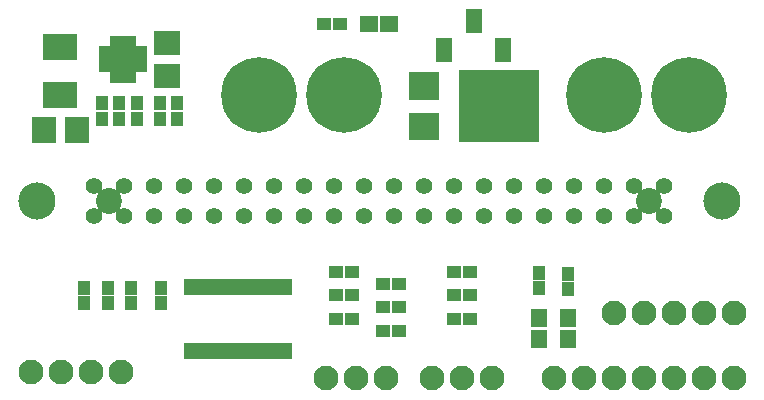
<source format=gbr>
G04 #@! TF.FileFunction,Soldermask,Top*
%FSLAX46Y46*%
G04 Gerber Fmt 4.6, Leading zero omitted, Abs format (unit mm)*
G04 Created by KiCad (PCBNEW 4.0.7-e2-6376~58~ubuntu16.04.1) date Tue Jul 10 13:30:19 2018*
%MOMM*%
%LPD*%
G01*
G04 APERTURE LIST*
%ADD10C,0.050000*%
%ADD11C,1.420000*%
%ADD12C,2.200000*%
%ADD13C,3.150000*%
%ADD14C,6.400000*%
%ADD15C,2.100000*%
%ADD16R,1.100000X1.300000*%
%ADD17R,2.900000X2.295000*%
%ADD18R,0.750000X1.400000*%
%ADD19R,2.200000X2.000000*%
%ADD20R,1.200000X0.640000*%
%ADD21R,0.640000X1.200000*%
%ADD22R,2.080000X2.080000*%
%ADD23R,2.000000X2.200000*%
%ADD24R,1.500000X1.400000*%
%ADD25R,1.400000X1.500000*%
%ADD26R,1.300000X1.100000*%
%ADD27R,2.600000X1.200000*%
%ADD28R,6.800000X6.200000*%
%ADD29R,1.400000X2.000000*%
G04 APERTURE END LIST*
D10*
D11*
X125870000Y-98730000D03*
X125870000Y-101270000D03*
X128410000Y-98730000D03*
X128410000Y-101270000D03*
X130950000Y-98730000D03*
X130950000Y-101270000D03*
X133490000Y-98730000D03*
X133490000Y-101270000D03*
X136030000Y-98730000D03*
X136030000Y-101270000D03*
X138570000Y-98730000D03*
X138570000Y-101270000D03*
X141110000Y-98730000D03*
X141110000Y-101270000D03*
X143650000Y-98730000D03*
X143650000Y-101270000D03*
X146190000Y-98730000D03*
X146190000Y-101270000D03*
X148730000Y-98730000D03*
X148730000Y-101270000D03*
X151270000Y-98730000D03*
X151270000Y-101270000D03*
X153810000Y-98730000D03*
X153810000Y-101270000D03*
X156350000Y-98730000D03*
X156350000Y-101270000D03*
X158890000Y-98730000D03*
X158890000Y-101270000D03*
X161430000Y-98730000D03*
X161430000Y-101270000D03*
X163970000Y-98730000D03*
X163970000Y-101270000D03*
X166510000Y-98730000D03*
X166510000Y-101270000D03*
X169050000Y-98730000D03*
X169050000Y-101270000D03*
X171590000Y-98730000D03*
X171590000Y-101270000D03*
X174130000Y-98730000D03*
X174130000Y-101270000D03*
D12*
X172860000Y-100000000D03*
X127140000Y-100000000D03*
D13*
X121000000Y-100000000D03*
X179000000Y-100000000D03*
D14*
X139800000Y-91000000D03*
X147000000Y-91000000D03*
D15*
X120520000Y-114500000D03*
X123060000Y-114500000D03*
X125600000Y-114500000D03*
X128140000Y-114500000D03*
D16*
X132900000Y-91750000D03*
X132900000Y-93050000D03*
X131400000Y-91750000D03*
X131400000Y-93050000D03*
X129500000Y-91750000D03*
X129500000Y-93050000D03*
X128000000Y-93050000D03*
X128000000Y-91750000D03*
X126500000Y-93050000D03*
X126500000Y-91750000D03*
D15*
X180000000Y-109500000D03*
X177460000Y-109500000D03*
X174920000Y-109500000D03*
X172380000Y-109500000D03*
X169840000Y-109500000D03*
X164780000Y-115000000D03*
X167320000Y-115000000D03*
X169860000Y-115000000D03*
X172400000Y-115000000D03*
X174940000Y-115000000D03*
X177480000Y-115000000D03*
X180020000Y-115000000D03*
X154460000Y-115000000D03*
X157000000Y-115000000D03*
X159540000Y-115000000D03*
X145460000Y-115000000D03*
X148000000Y-115000000D03*
X150540000Y-115000000D03*
D17*
X123000000Y-86952500D03*
X123000000Y-91047500D03*
D18*
X133775000Y-112700000D03*
X134425000Y-112700000D03*
X135075000Y-112700000D03*
X135725000Y-112700000D03*
X136375000Y-112700000D03*
X137025000Y-112700000D03*
X137675000Y-112700000D03*
X138325000Y-112700000D03*
X138975000Y-112700000D03*
X139625000Y-112700000D03*
X140275000Y-112700000D03*
X140925000Y-112700000D03*
X141575000Y-112700000D03*
X142225000Y-112700000D03*
X142225000Y-107300000D03*
X141575000Y-107300000D03*
X140925000Y-107300000D03*
X140275000Y-107300000D03*
X139625000Y-107300000D03*
X138975000Y-107300000D03*
X138325000Y-107300000D03*
X137675000Y-107300000D03*
X137025000Y-107300000D03*
X136375000Y-107300000D03*
X135725000Y-107300000D03*
X135075000Y-107300000D03*
X134425000Y-107300000D03*
X133775000Y-107300000D03*
D16*
X131500000Y-108650000D03*
X131500000Y-107350000D03*
X129000000Y-108650000D03*
X129000000Y-107350000D03*
X163500000Y-106100000D03*
X163500000Y-107400000D03*
D19*
X132000000Y-86600000D03*
X132000000Y-89400000D03*
D20*
X126900000Y-87250000D03*
X126900000Y-87750000D03*
X126900000Y-88250000D03*
X126900000Y-88750000D03*
D21*
X127550000Y-89400000D03*
X128050000Y-89400000D03*
X128550000Y-89400000D03*
X129050000Y-89400000D03*
D20*
X129700000Y-88750000D03*
X129700000Y-88250000D03*
X129700000Y-87750000D03*
X129700000Y-87250000D03*
D21*
X129050000Y-86600000D03*
X128550000Y-86600000D03*
X128050000Y-86600000D03*
X127550000Y-86600000D03*
D22*
X128300000Y-88000000D03*
D23*
X124400000Y-94000000D03*
X121600000Y-94000000D03*
D24*
X149150000Y-85000000D03*
X150850000Y-85000000D03*
D25*
X163500000Y-111650000D03*
X163500000Y-109950000D03*
X166000000Y-111650000D03*
X166000000Y-109950000D03*
D26*
X145350000Y-85000000D03*
X146650000Y-85000000D03*
D27*
X153800000Y-89720000D03*
X153800000Y-90860000D03*
D28*
X160100000Y-92000000D03*
D27*
X153800000Y-93140000D03*
X153800000Y-94280000D03*
D29*
X155500000Y-87200000D03*
X158000000Y-84800000D03*
X160500000Y-87200000D03*
D14*
X176200000Y-91000000D03*
X169000000Y-91000000D03*
D16*
X125000000Y-108650000D03*
X125000000Y-107350000D03*
X127000000Y-108650000D03*
X127000000Y-107350000D03*
X166000000Y-106150000D03*
X166000000Y-107450000D03*
D26*
X150350000Y-107000000D03*
X151650000Y-107000000D03*
X146350000Y-108000000D03*
X147650000Y-108000000D03*
X150350000Y-109000000D03*
X151650000Y-109000000D03*
X146350000Y-110000000D03*
X147650000Y-110000000D03*
X150350000Y-111000000D03*
X151650000Y-111000000D03*
X156350000Y-106000000D03*
X157650000Y-106000000D03*
X156350000Y-108000000D03*
X157650000Y-108000000D03*
X156350000Y-110000000D03*
X157650000Y-110000000D03*
X147650000Y-106000000D03*
X146350000Y-106000000D03*
M02*

</source>
